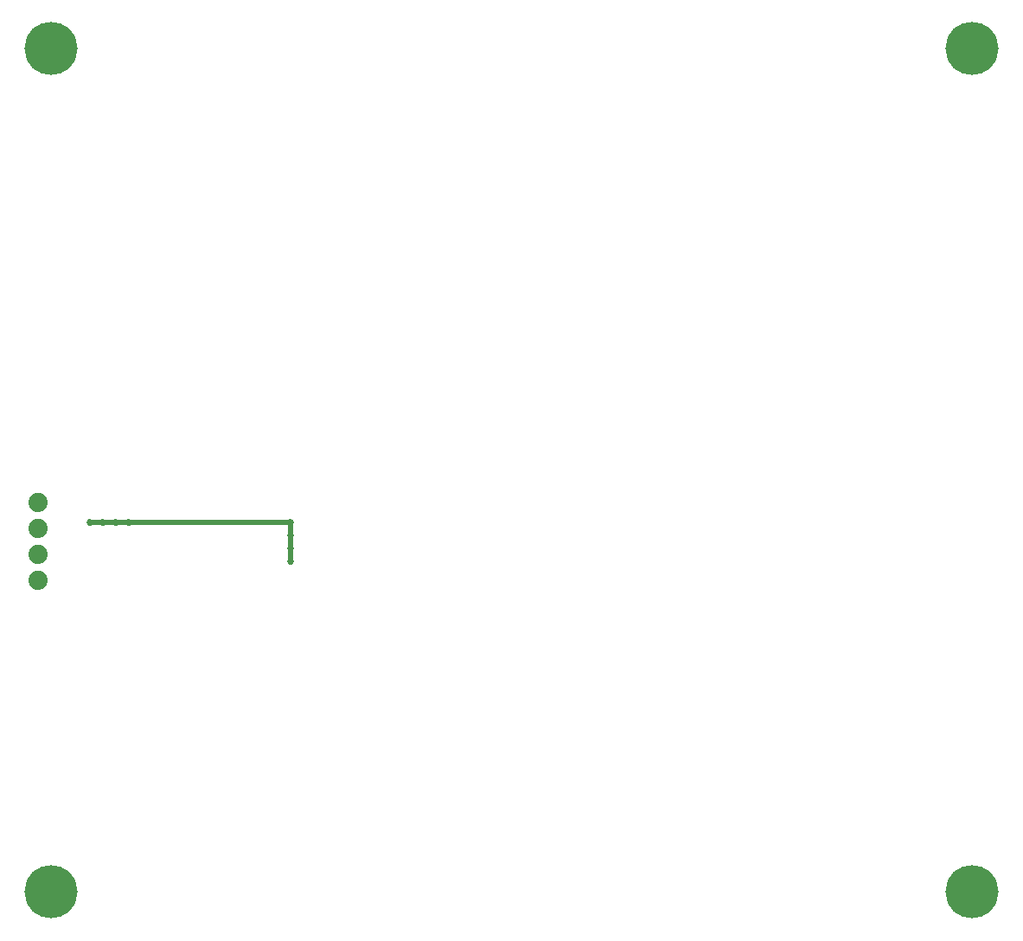
<source format=gbr>
G04 #@! TF.GenerationSoftware,KiCad,Pcbnew,(5.0.2)-1*
G04 #@! TF.CreationDate,2020-07-15T14:53:40-05:00*
G04 #@! TF.ProjectId,ProximityTankOne_Square7Turns,50726f78-696d-4697-9479-54616e6b4f6e,V1*
G04 #@! TF.SameCoordinates,Original*
G04 #@! TF.FileFunction,Copper,L2,Bot*
G04 #@! TF.FilePolarity,Positive*
%FSLAX46Y46*%
G04 Gerber Fmt 4.6, Leading zero omitted, Abs format (unit mm)*
G04 Created by KiCad (PCBNEW (5.0.2)-1) date 7/15/2020 2:53:40 PM*
%MOMM*%
%LPD*%
G01*
G04 APERTURE LIST*
G04 #@! TA.AperFunction,ComponentPad*
%ADD10C,5.200000*%
G04 #@! TD*
G04 #@! TA.AperFunction,ComponentPad*
%ADD11C,0.500000*%
G04 #@! TD*
G04 #@! TA.AperFunction,ComponentPad*
%ADD12C,1.879600*%
G04 #@! TD*
G04 #@! TA.AperFunction,ViaPad*
%ADD13C,0.685800*%
G04 #@! TD*
G04 #@! TA.AperFunction,Conductor*
%ADD14C,0.508000*%
G04 #@! TD*
G04 APERTURE END LIST*
D10*
G04 #@! TO.P,H1,1*
G04 #@! TO.N,Net-(H1-Pad1)*
X28575000Y-28575000D03*
D11*
X30607000Y-28575000D03*
X26543000Y-28575000D03*
X28575000Y-26543000D03*
X28575000Y-30607000D03*
X30099000Y-30099000D03*
X30099000Y-27051000D03*
X27051000Y-27051000D03*
X27051000Y-30099000D03*
G04 #@! TD*
D10*
G04 #@! TO.P,H2,1*
G04 #@! TO.N,Net-(H2-Pad1)*
X118745000Y-28575000D03*
D11*
X120777000Y-28575000D03*
X116713000Y-28575000D03*
X118745000Y-26543000D03*
X118745000Y-30607000D03*
X120269000Y-30099000D03*
X120269000Y-27051000D03*
X117221000Y-27051000D03*
X117221000Y-30099000D03*
G04 #@! TD*
G04 #@! TO.P,H3,1*
G04 #@! TO.N,Net-(H3-Pad1)*
X117221000Y-112649000D03*
X117221000Y-109601000D03*
X120269000Y-109601000D03*
X120269000Y-112649000D03*
X118745000Y-113157000D03*
X118745000Y-109093000D03*
X116713000Y-111125000D03*
X120777000Y-111125000D03*
D10*
X118745000Y-111125000D03*
G04 #@! TD*
D11*
G04 #@! TO.P,H4,1*
G04 #@! TO.N,Net-(H4-Pad1)*
X27051000Y-112649000D03*
X27051000Y-109601000D03*
X30099000Y-109601000D03*
X30099000Y-112649000D03*
X28575000Y-113157000D03*
X28575000Y-109093000D03*
X26543000Y-111125000D03*
X30607000Y-111125000D03*
D10*
X28575000Y-111125000D03*
G04 #@! TD*
D12*
G04 #@! TO.P,J1,1*
G04 #@! TO.N,/LC1*
X27305000Y-73025000D03*
G04 #@! TO.P,J1,2*
X27305000Y-75565000D03*
G04 #@! TO.P,J1,3*
G04 #@! TO.N,Net-(J1-Pad3)*
X27305000Y-78105000D03*
G04 #@! TO.P,J1,4*
G04 #@! TO.N,Net-(J1-Pad4)*
X27305000Y-80645000D03*
G04 #@! TD*
D13*
G04 #@! TO.N,/LC1*
X32385000Y-74930000D03*
X33655000Y-74930000D03*
X34925000Y-74930000D03*
X36195000Y-74930000D03*
X52070000Y-74930000D03*
X52070000Y-76200000D03*
X52070000Y-77470000D03*
X52070000Y-78740000D03*
G04 #@! TD*
D14*
G04 #@! TO.N,/LC1*
X32385000Y-74930000D02*
X32385000Y-74930000D01*
X36195000Y-74930000D02*
X36195000Y-74930000D01*
X32385000Y-74930000D02*
X33655000Y-74930000D01*
X33655000Y-74930000D02*
X34925000Y-74930000D01*
X34925000Y-74930000D02*
X36195000Y-74930000D01*
X52070000Y-78740000D02*
X52070000Y-74930000D01*
X52070000Y-74930000D02*
X51981109Y-74930000D01*
X52070000Y-74930000D02*
X50800000Y-74930000D01*
X36195000Y-74930000D02*
X50800000Y-74930000D01*
X50800000Y-74930000D02*
X51320699Y-74930000D01*
G04 #@! TD*
M02*

</source>
